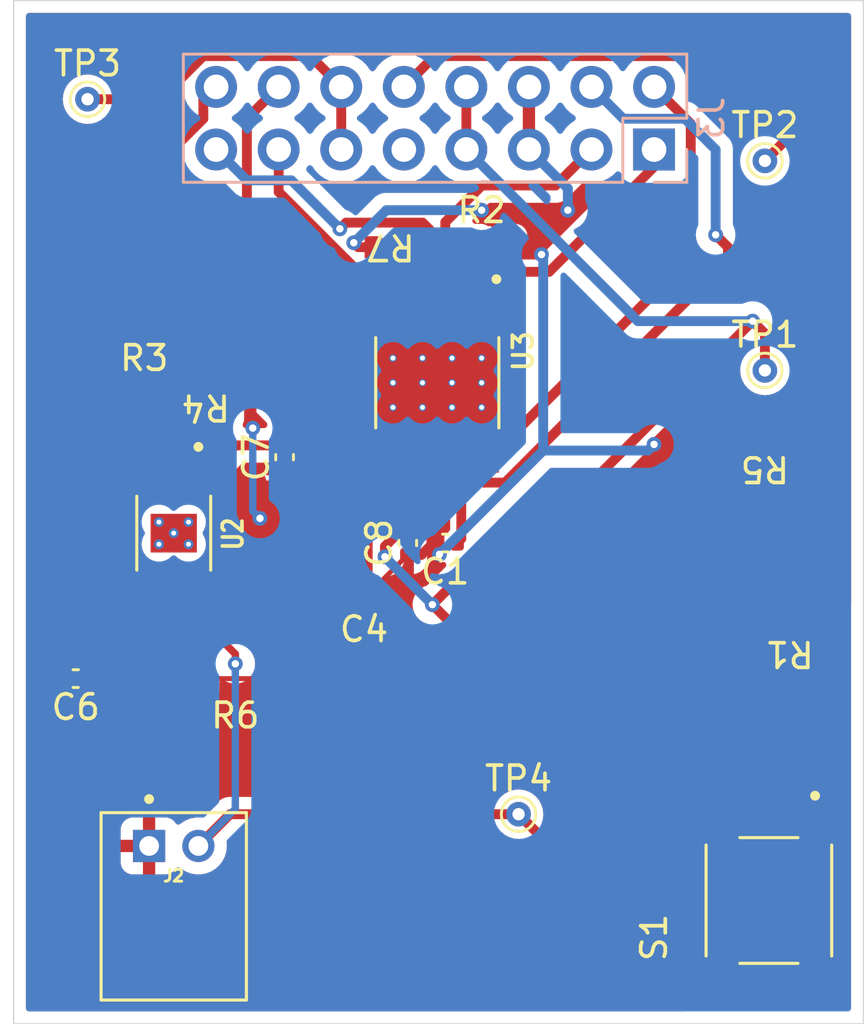
<source format=kicad_pcb>
(kicad_pcb (version 20240108) (generator "pcbnew") (generator_version "8.0")
  (layers (0 "F.Cu" signal) (31 "B.Cu" signal) (34 "B.Paste" user) (35 "F.Paste" user) (36 "B.SilkS" user "B.Silkscreen") (37 "F.SilkS" user "F.Silkscreen") (38 "B.Mask" user) (39 "F.Mask" user) (44 "Edge.Cuts" user))
  (net 0 "")
  (net 1 "Net-(U3-VINT)")
  (net 2 "GND")
  (net 3 "Net-(U3-VCP)")
  (net 4 "Net-(U2-~{CHG})")
  (net 5 "5V")
  (net 6 "BATT")
  (net 7 "Motor2_B")
  (net 8 "Motor1_B")
  (net 9 "Motor1_A")
  (net 10 "PWM4")
  (net 11 "BATT_ADC")
  (net 12 "PWM3")
  (net 13 "PWM2")
  (net 14 "Motor2_A")
  (net 15 "RESV")
  (net 16 "PWM1")
  (net 17 "POSITIVE")
  (net 18 "Net-(U3-AISEN)")
  (net 19 "Net-(U2-PRETERM)")
  (net 20 "Net-(U2-ISET)")
  (net 21 "Net-(U2-TS)")
  (net 22 "Net-(U3-BISEN)")
  (footprint "TestPoint:TestPoint_THTPad_D1.0mm_Drill0.5mm" (layer "F.Cu") (at 145.5 56)
    (property "Reference" "TP4" (at 0 -1.448 0) (layer "F.SilkS"))
    (property "Value" "TestPoint")
    (fp_circle (center 0 0) (end 0 0.7) (stroke (width 0.12)) (fill none) (layer "F.SilkS"))
    (pad "1" thru_hole circle (at 0 0) (size 1 1) (drill 0.5) (layers "*.Cu" "*.Mask") (net 17 "POSITIVE"))
  )
  (footprint "footprints:BO_CR0603" (layer "F.Cu") (at 140.3015 33 180)
    (property "Reference" "R7" (at 0 0 180) (layer "F.SilkS"))
    (property "Value" "1k")
    (pad "1" smd rect (at -0.6985 0 180) (size 0.7112 0.889) (layers "F.Cu" "F.Paste" "F.Mask") (net 22 "Net-(U3-BISEN)"))
    (pad "2" smd rect (at 0.6985 0 180) (size 0.7112 0.889) (layers "F.Cu" "F.Paste" "F.Mask") (net 2 "GND"))
    (zone (net 0) (net_name "") (layer "F.Cu") (connect_pads (clearance 0)) (min_thickness 0.254)
      (keepout (tracks not_allowed) (vias not_allowed) (pads allowed) (copperpour not_allowed) (footprints allowed))
      (fill (thermal_gap 0.508) (thermal_bridge_width 0.508))
      (polygon (pts (xy 140.5936 33.3937) (xy 140.0094 33.3937) (xy 140.0094 32.6063) (xy 140.5936 32.6063)))
    )
  )
  (footprint "BQ24092DGQR:IC_XTR111AIDGQR" (layer "F.Cu") (at 131.5 44.6 -90)
    (property "Reference" "U2" (at 0.032 -2.4064 90) (layer "F.SilkS") (effects (font (size 0.8 0.64))))
    (property "Value" "BQ24092DGQR")
    (fp_line (start -1.5 1.5) (end 1.5 1.5) (stroke (width 0.127)) (layer "F.SilkS"))
    (fp_line (start 1.5 -1.5) (end -1.5 -1.5) (stroke (width 0.127)) (layer "F.SilkS"))
    (fp_circle (center -3.5 -1) (end -3.4 -1) (stroke (width 0.2)) (fill none) (layer "F.SilkS"))
    (pad "1" smd rect (at -2.1 -1 270) (size 1.6 0.3) (layers "F.Cu") (net 5 "5V"))
    (pad "2" smd rect (at -2.1 -0.5 270) (size 1.6 0.3) (layers "F.Cu") (net 20 "Net-(U2-ISET)"))
    (pad "3" smd rect (at -2.1 0 270) (size 1.6 0.3) (layers "F.Cu") (net 2 "GND"))
    (pad "4" smd rect (at -2.1 0.5 270) (size 1.6 0.3) (layers "F.Cu") (net 19 "Net-(U2-PRETERM)"))
    (pad "5" smd rect (at -2.1 1 270) (size 1.6 0.3) (layers "F.Cu"))
    (pad "6" smd rect (at 2.1 1 270) (size 1.6 0.3) (layers "F.Cu"))
    (pad "7" smd rect (at 2.1 0.5 270) (size 1.6 0.3) (layers "F.Cu"))
    (pad "8" smd rect (at 2.1 0 270) (size 1.6 0.3) (layers "F.Cu") (net 4 "Net-(U2-~{CHG})"))
    (pad "9" smd rect (at 2.1 -0.5 270) (size 1.6 0.3) (layers "F.Cu") (net 21 "Net-(U2-TS)"))
    (pad "10" smd rect (at 2.1 -1 270) (size 1.6 0.3) (layers "F.Cu") (net 17 "POSITIVE"))
    (pad "11" smd rect (at 0 0 270) (size 1.57 1.88) (layers "F.Cu" "F.Paste" "F.Mask"))
    (pad "12" thru_hole circle (at -0.45 -0.6 270) (size 0.4 0.4) (drill 0.2) (layers "*.Cu"))
    (pad "13" thru_hole circle (at 0.45 -0.6 270) (size 0.4 0.4) (drill 0.2) (layers "*.Cu"))
    (pad "14" thru_hole circle (at 0 0 270) (size 0.4 0.4) (drill 0.2) (layers "*.Cu"))
    (pad "15" thru_hole circle (at -0.45 0.6 270) (size 0.4 0.4) (drill 0.2) (layers "*.Cu"))
    (pad "16" thru_hole circle (at 0.45 0.6 270) (size 0.4 0.4) (drill 0.2) (layers "*.Cu"))
  )
  (footprint "Capacitor_SMD:C_0402_1005Metric" (layer "F.Cu") (at 142.52 45 180)
    (property "Reference" "C1" (at 0 -1.16 180) (layer "F.SilkS"))
    (property "Value" "2.2uF")
    (fp_line (start -0.107836 0.36) (end 0.107836 0.36) (stroke (width 0.12)) (layer "F.SilkS"))
    (fp_line (start -0.107836 -0.36) (end 0.107836 -0.36) (stroke (width 0.12)) (layer "F.SilkS"))
    (pad "1" smd roundrect (at -0.48 0 180) (size 0.56 0.62) (layers "F.Cu" "F.Paste" "F.Mask") (net 1 "Net-(U3-VINT)"))
    (pad "2" smd roundrect (at 0.48 0 180) (size 0.56 0.62) (layers "F.Cu" "F.Paste" "F.Mask") (net 2 "GND"))
  )
  (footprint "S2B-PH-K-S_LF__SN_:JST_S2B-PH-K-S_LF__SN_" (layer "F.Cu") (at 131.5 57.2875)
    (property "Reference" "J2" (at 0 1.2125 0) (layer "F.SilkS") (effects (font (size 0.48 0.48) (thickness 0.12))))
    (property "Value" "S2B-PH-K-S_LF__SN_")
    (fp_line (start -2.95 -1.35) (end 2.95 -1.35) (stroke (width 0.127)) (layer "F.SilkS"))
    (fp_line (start -2.95 6.25) (end -2.95 -1.35) (stroke (width 0.127)) (layer "F.SilkS"))
    (fp_line (start 2.95 -1.35) (end 2.95 6.25) (stroke (width 0.127)) (layer "F.SilkS"))
    (fp_line (start 2.95 6.25) (end -2.95 6.25) (stroke (width 0.127)) (layer "F.SilkS"))
    (fp_circle (center -1 -1.9) (end -0.9 -1.9) (stroke (width 0.2)) (fill none) (layer "F.SilkS"))
    (pad "1" thru_hole rect (at -1 0) (size 1.308 1.308) (drill 0.8) (layers "*.Cu" "*.Mask") (net 2 "GND"))
    (pad "2" thru_hole circle (at 1 0) (size 1.308 1.308) (drill 0.8) (layers "*.Cu" "*.Mask") (net 17 "POSITIVE"))
  )
  (footprint "footprints:BO_CR0603" (layer "F.Cu") (at 144.3015 33)
    (property "Reference" "R2" (at -0.3015 -1.5 0) (layer "F.SilkS"))
    (property "Value" "1k")
    (pad "1" smd rect (at -0.6985 0) (size 0.7112 0.889) (layers "F.Cu" "F.Paste" "F.Mask") (net 18 "Net-(U3-AISEN)"))
    (pad "2" smd rect (at 0.6985 0) (size 0.7112 0.889) (layers "F.Cu" "F.Paste" "F.Mask") (net 2 "GND"))
    (zone (net 0) (net_name "") (layer "F.Cu") (connect_pads (clearance 0)) (min_thickness 0.254)
      (keepout (tracks not_allowed) (vias not_allowed) (pads allowed) (copperpour not_allowed) (footprints allowed))
      (fill (thermal_gap 0.508) (thermal_bridge_width 0.508))
      (polygon (pts (xy 144.0094 32.6063) (xy 144.5936 32.6063) (xy 144.5936 33.3937) (xy 144.0094 33.3937)))
    )
  )
  (footprint "footprints:BO_CR0603" (layer "F.Cu") (at 157.1985 48 180)
    (property "Reference" "R1" (at 0.6985 -1.5 180) (layer "F.SilkS"))
    (property "Value" "100k")
    (pad "1" smd rect (at -0.6985 0 180) (size 0.7112 0.889) (layers "F.Cu" "F.Paste" "F.Mask") (net 17 "POSITIVE"))
    (pad "2" smd rect (at 0.6985 0 180) (size 0.7112 0.889) (layers "F.Cu" "F.Paste" "F.Mask") (net 11 "BATT_ADC"))
    (zone (net 0) (net_name "") (layer "F.Cu") (connect_pads (clearance 0)) (min_thickness 0.254)
      (keepout (tracks not_allowed) (vias not_allowed) (pads allowed) (copperpour not_allowed) (footprints allowed))
      (fill (thermal_gap 0.508) (thermal_bridge_width 0.508))
      (polygon (pts (xy 157.4906 48.3937) (xy 156.9064 48.3937) (xy 156.9064 47.6063) (xy 157.4906 47.6063)))
    )
  )
  (footprint "footprints:BO_CR0603" (layer "F.Cu") (at 131.8015 50.5)
    (property "Reference" "R6" (at 2.1985 1.5 0) (layer "F.SilkS"))
    (property "Value" "1k")
    (pad "1" smd rect (at -0.6985 0) (size 0.7112 0.889) (layers "F.Cu" "F.Paste" "F.Mask") (net 21 "Net-(U2-TS)"))
    (pad "2" smd rect (at 0.6985 0) (size 0.7112 0.889) (layers "F.Cu" "F.Paste" "F.Mask") (net 2 "GND"))
    (zone (net 0) (net_name "") (layer "F.Cu") (connect_pads (clearance 0)) (min_thickness 0.254)
      (keepout (tracks not_allowed) (vias not_allowed) (pads allowed) (copperpour not_allowed) (footprints allowed))
      (fill (thermal_gap 0.508) (thermal_bridge_width 0.508))
      (polygon (pts (xy 131.5094 50.1063) (xy 132.0936 50.1063) (xy 132.0936 50.8937) (xy 131.5094 50.8937)))
    )
  )
  (footprint "footprints:BO_CR0603" (layer "F.Cu") (at 156.1985 40.5 180)
    (property "Reference" "R5" (at 0.6985 -1.5 180) (layer "F.SilkS"))
    (property "Value" "100k")
    (pad "1" smd rect (at -0.6985 0 180) (size 0.7112 0.889) (layers "F.Cu" "F.Paste" "F.Mask") (net 11 "BATT_ADC"))
    (pad "2" smd rect (at 0.6985 0 180) (size 0.7112 0.889) (layers "F.Cu" "F.Paste" "F.Mask") (net 2 "GND"))
    (zone (net 0) (net_name "") (layer "F.Cu") (connect_pads (clearance 0)) (min_thickness 0.254)
      (keepout (tracks not_allowed) (vias not_allowed) (pads allowed) (copperpour not_allowed) (footprints allowed))
      (fill (thermal_gap 0.508) (thermal_bridge_width 0.508))
      (polygon (pts (xy 156.4906 40.8937) (xy 155.9064 40.8937) (xy 155.9064 40.1063) (xy 156.4906 40.1063)))
    )
  )
  (footprint "footprints:BO_CR0603" (layer "F.Cu") (at 130.3015 37.5)
    (property "Reference" "R3" (at 0 0 0) (layer "F.SilkS"))
    (property "Value" "2k")
    (pad "1" smd rect (at -0.6985 0) (size 0.7112 0.889) (layers "F.Cu" "F.Paste" "F.Mask") (net 19 "Net-(U2-PRETERM)"))
    (pad "2" smd rect (at 0.6985 0) (size 0.7112 0.889) (layers "F.Cu" "F.Paste" "F.Mask") (net 2 "GND"))
    (zone (net 0) (net_name "") (layer "F.Cu") (connect_pads (clearance 0)) (min_thickness 0.254)
      (keepout (tracks not_allowed) (vias not_allowed) (pads allowed) (copperpour not_allowed) (footprints allowed))
      (fill (thermal_gap 0.508) (thermal_bridge_width 0.508))
      (polygon (pts (xy 130.0094 37.1063) (xy 130.5936 37.1063) (xy 130.5936 37.8937) (xy 130.0094 37.8937)))
    )
  )
  (footprint "Capacitor_SMD:C_01005_0402Metric" (layer "F.Cu") (at 139.725 47.5)
    (property "Reference" "C4" (at -0.5 1 0) (layer "F.SilkS"))
    (property "Value" "0.01uF")
    (pad "1" smd roundrect (at -0.25 0) (size 0.4 0.3) (layers "F.Cu" "F.Mask") (net 3 "Net-(U3-VCP)"))
    (pad "2" smd roundrect (at 0.25 0) (size 0.4 0.3) (layers "F.Cu" "F.Mask") (net 2 "GND"))
  )
  (footprint "TestPoint:TestPoint_THTPad_D1.0mm_Drill0.5mm" (layer "F.Cu") (at 155.5 38)
    (property "Reference" "TP1" (at 0 -1.448 0) (layer "F.SilkS"))
    (property "Value" "TestPoint")
    (fp_circle (center 0 0) (end 0 0.7) (stroke (width 0.12)) (fill none) (layer "F.SilkS"))
    (pad "1" thru_hole circle (at 0 0) (size 1 1) (drill 0.5) (layers "*.Cu" "*.Mask") (net 6 "BATT"))
  )
  (footprint "Capacitor_SMD:C_0402_1005Metric" (layer "F.Cu") (at 141 45 90)
    (property "Reference" "C8" (at 0 -1.16 -90) (layer "F.SilkS"))
    (property "Value" "10uF")
    (fp_line (start -0.107836 -0.36) (end 0.107836 -0.36) (stroke (width 0.12)) (layer "F.SilkS"))
    (fp_line (start -0.107836 0.36) (end 0.107836 0.36) (stroke (width 0.12)) (layer "F.SilkS"))
    (pad "1" smd roundrect (at -0.48 0 90) (size 0.56 0.62) (layers "F.Cu" "F.Paste" "F.Mask") (net 2 "GND"))
    (pad "2" smd roundrect (at 0.48 0 90) (size 0.56 0.62) (layers "F.Cu" "F.Paste" "F.Mask") (net 6 "BATT"))
  )
  (footprint "TestPoint:TestPoint_THTPad_D1.0mm_Drill0.5mm" (layer "F.Cu") (at 155.5 29.5)
    (property "Reference" "TP2" (at 0 -1.448 0) (layer "F.SilkS"))
    (property "Value" "TestPoint")
    (fp_circle (center 0 0) (end 0 0.7) (stroke (width 0.12)) (fill none) (layer "F.SilkS"))
    (pad "1" thru_hole circle (at 0 0) (size 1 1) (drill 0.5) (layers "*.Cu" "*.Mask") (net 11 "BATT_ADC"))
  )
  (footprint "TS-1187A-B-A-B:SW_TS-1187A-B-A-B" (layer "F.Cu") (at 155.6625 59.5 -90)
    (property "Reference" "S1" (at 1.5 4.6625 90) (layer "F.SilkS"))
    (property "Value" "TS-1187A-B-A-B")
    (fp_line (start 2.25 2.55) (end -2.25 2.55) (stroke (width 0.127)) (layer "F.SilkS"))
    (fp_line (start 2.55 1.18) (end 2.55 -1.18) (stroke (width 0.127)) (layer "F.SilkS"))
    (fp_line (start -2.55 -1.18) (end -2.55 1.18) (stroke (width 0.127)) (layer "F.SilkS"))
    (fp_line (start 2.25 -2.55) (end -2.25 -2.55) (stroke (width 0.127)) (layer "F.SilkS"))
    (fp_circle (center -4.25 -1.875) (end -4.15 -1.875) (stroke (width 0.2)) (fill none) (layer "F.SilkS"))
    (pad "A" smd rect (at -3 -1.875 270) (size 1 0.75) (layers "F.Cu" "F.Paste" "F.Mask") (net 17 "POSITIVE"))
    (pad "B" smd rect (at 3 -1.875 270) (size 1 0.75) (layers "F.Cu" "F.Paste" "F.Mask") (net 17 "POSITIVE"))
    (pad "C" smd rect (at -3 1.875 270) (size 1 0.75) (layers "F.Cu" "F.Paste" "F.Mask") (net 6 "BATT"))
    (pad "D" smd rect (at 3 1.875 270) (size 1 0.75) (layers "F.Cu" "F.Paste" "F.Mask") (net 6 "BATT"))
  )
  (footprint "Capacitor_SMD:C_0402_1005Metric" (layer "F.Cu") (at 127.52 50.5 180)
    (property "Reference" "C6" (at 0 -1.16 180) (layer "F.SilkS"))
    (property "Value" "1uF")
    (fp_line (start -0.107836 0.36) (end 0.107836 0.36) (stroke (width 0.12)) (layer "F.SilkS"))
    (fp_line (start -0.107836 -0.36) (end 0.107836 -0.36) (stroke (width 0.12)) (layer "F.SilkS"))
    (pad "1" smd roundrect (at -0.48 0 180) (size 0.56 0.62) (layers "F.Cu" "F.Paste" "F.Mask") (net 4 "Net-(U2-~{CHG})"))
    (pad "2" smd roundrect (at 0.48 0 180) (size 0.56 0.62) (layers "F.Cu" "F.Paste" "F.Mask") (net 2 "GND"))
  )
  (footprint "DRV8833PWPR:IC_DRV8833PWPR" (layer "F.Cu") (at 142.2 38.5 -90)
    (property "Reference" "U3" (at -1.28 -3.485 90) (layer "F.SilkS") (effects (font (size 0.8 0.8))))
    (property "Value" "DRV8833PWPR")
    (fp_line (start -1.83 2.5) (end 1.83 2.5) (stroke (width 0.127)) (layer "F.SilkS"))
    (fp_line (start -1.83 -2.5) (end 1.83 -2.5) (stroke (width 0.127)) (layer "F.SilkS"))
    (fp_circle (center -4.2 -2.4) (end -4.1 -2.4) (stroke (width 0.2)) (fill none) (layer "F.SilkS"))
    (pad "1" smd roundrect (at -2.9 -2.275 270) (size 1.5 0.45) (layers "F.Cu" "F.Paste" "F.Mask") (roundrect_rratio 0.06))
    (pad "2" smd roundrect (at -2.9 -1.625 270) (size 1.5 0.45) (layers "F.Cu" "F.Paste" "F.Mask") (roundrect_rratio 0.06) (net 14 "Motor2_A"))
    (pad "3" smd roundrect (at -2.9 -0.975 270) (size 1.5 0.45) (layers "F.Cu" "F.Paste" "F.Mask") (roundrect_rratio 0.06) (net 18 "Net-(U3-AISEN)"))
    (pad "4" smd roundrect (at -2.9 -0.325 270) (size 1.5 0.45) (layers "F.Cu" "F.Paste" "F.Mask") (roundrect_rratio 0.06) (net 7 "Motor2_B"))
    (pad "5" smd roundrect (at -2.9 0.325 270) (size 1.5 0.45) (layers "F.Cu" "F.Paste" "F.Mask") (roundrect_rratio 0.06) (net 8 "Motor1_B"))
    (pad "6" smd roundrect (at -2.9 0.975 270) (size 1.5 0.45) (layers "F.Cu" "F.Paste" "F.Mask") (roundrect_rratio 0.06) (net 22 "Net-(U3-BISEN)"))
    (pad "7" smd roundrect (at -2.9 1.625 270) (size 1.5 0.45) (layers "F.Cu" "F.Paste" "F.Mask") (roundrect_rratio 0.06) (net 9 "Motor1_A"))
    (pad "8" smd roundrect (at -2.9 2.275 270) (size 1.5 0.45) (layers "F.Cu" "F.Paste" "F.Mask") (roundrect_rratio 0.06))
    (pad "9" smd roundrect (at 2.9 2.275 270) (size 1.5 0.45) (layers "F.Cu" "F.Paste" "F.Mask") (roundrect_rratio 0.06) (net 12 "PWM3"))
    (pad "10" smd roundrect (at 2.9 1.625 270) (size 1.5 0.45) (layers "F.Cu" "F.Paste" "F.Mask") (roundrect_rratio 0.06) (net 10 "PWM4"))
    (pad "11" smd roundrect (at 2.9 0.975 270) (size 1.5 0.45) (layers "F.Cu" "F.Paste" "F.Mask") (roundrect_rratio 0.06) (net 3 "Net-(U3-VCP)"))
    (pad "12" smd roundrect (at 2.9 0.325 270) (size 1.5 0.45) (layers "F.Cu" "F.Paste" "F.Mask") (roundrect_rratio 0.06) (net 6 "BATT"))
    (pad "13" smd roundrect (at 2.9 -0.325 270) (size 1.5 0.45) (layers "F.Cu" "F.Paste" "F.Mask") (roundrect_rratio 0.06) (net 2 "GND"))
    (pad "14" smd roundrect (at 2.9 -0.975 270) (size 1.5 0.45) (layers "F.Cu" "F.Paste" "F.Mask") (roundrect_rratio 0.06) (net 1 "Net-(U3-VINT)"))
    (pad "15" smd roundrect (at 2.9 -1.625 270) (size 1.5 0.45) (layers "F.Cu" "F.Paste" "F.Mask") (roundrect_rratio 0.06) (net 13 "PWM2"))
    (pad "16" smd roundrect (at 2.9 -2.275 270) (size 1.5 0.45) (layers "F.Cu" "F.Paste" "F.Mask") (roundrect_rratio 0.06) (net 16 "PWM1"))
    (pad "17" smd rect (at 0 0 270) (size 3.4 5) (layers "F.Cu"))
    (pad "18" thru_hole circle (at -1 -1.8 270) (size 0.3 0.3) (drill 0.2) (layers "*.Cu"))
    (pad "19" thru_hole circle (at 0 -1.8 270) (size 0.3 0.3) (drill 0.2) (layers "*.Cu"))
    (pad "20" thru_hole circle (at 1 -1.8 270) (size 0.3 0.3) (drill 0.2) (layers "*.Cu"))
    (pad "21" thru_hole circle (at -1 -0.6 270) (size 0.3 0.3) (drill 0.2) (layers "*.Cu"))
    (pad "22" thru_hole circle (at 0 -0.6 270) (size 0.3 0.3) (drill 0.2) (layers "*.Cu"))
    (pad "23" thru_hole circle (at 1 -0.6 270) (size 0.3 0.3) (drill 0.2) (layers "*.Cu"))
    (pad "24" thru_hole circle (at -1 0.6 270) (size 0.3 0.3) (drill 0.2) (layers "*.Cu"))
    (pad "25" thru_hole circle (at 0 0.6 270) (size 0.3 0.3) (drill 0.2) (layers "*.Cu"))
    (pad "26" thru_hole circle (at 1 0.6 270) (size 0.3 0.3) (drill 0.2) (layers "*.Cu"))
    (pad "27" thru_hole circle (at -1 1.8 270) (size 0.3 0.3) (drill 0.2) (layers "*.Cu"))
    (pad "28" thru_hole circle (at 0 1.8 270) (size 0.3 0.3) (drill 0.2) (layers "*.Cu"))
    (pad "29" thru_hole circle (at 1 1.8 270) (size 0.3 0.3) (drill 0.2) (layers "*.Cu"))
  )
  (footprint "Capacitor_SMD:C_0402_1005Metric" (layer "F.Cu") (at 136 41.52 90)
    (property "Reference" "C7" (at 0 -1.16 -90) (layer "F.SilkS"))
    (property "Value" "1uF")
    (fp_line (start -0.107836 -0.36) (end 0.107836 -0.36) (stroke (width 0.12)) (layer "F.SilkS"))
    (fp_line (start -0.107836 0.36) (end 0.107836 0.36) (stroke (width 0.12)) (layer "F.SilkS"))
    (pad "1" smd roundrect (at -0.48 0 90) (size 0.56 0.62) (layers "F.Cu" "F.Paste" "F.Mask") (net 2 "GND"))
    (pad "2" smd roundrect (at 0.48 0 90) (size 0.56 0.62) (layers "F.Cu" "F.Paste" "F.Mask") (net 5 "5V"))
  )
  (footprint "footprints:BO_CR0603" (layer "F.Cu") (at 132.8015 39.5 180)
    (property "Reference" "R4" (at 0 0 180) (layer "F.SilkS"))
    (property "Value" "1k")
    (pad "1" smd rect (at -0.6985 0 180) (size 0.7112 0.889) (layers "F.Cu" "F.Paste" "F.Mask") (net 20 "Net-(U2-ISET)"))
    (pad "2" smd rect (at 0.6985 0 180) (size 0.7112 0.889) (layers "F.Cu" "F.Paste" "F.Mask") (net 2 "GND"))
    (zone (net 0) (net_name "") (layer "F.Cu") (connect_pads (clearance 0)) (min_thickness 0.254)
      (keepout (tracks not_allowed) (vias not_allowed) (pads allowed) (copperpour not_allowed) (footprints allowed))
      (fill (thermal_gap 0.508) (thermal_bridge_width 0.508))
      (polygon (pts (xy 133.0936 39.8937) (xy 132.5094 39.8937) (xy 132.5094 39.1063) (xy 133.0936 39.1063)))
    )
  )
  (footprint "TestPoint:TestPoint_THTPad_D1.0mm_Drill0.5mm" (layer "F.Cu") (at 128 27)
    (property "Reference" "TP3" (at 0 -1.448 0) (layer "F.SilkS"))
    (property "Value" "TestPoint")
    (fp_circle (center 0 0) (end 0 0.7) (stroke (width 0.12)) (fill none) (layer "F.SilkS"))
    (pad "1" thru_hole circle (at 0 0) (size 1 1) (drill 0.5) (layers "*.Cu" "*.Mask") (net 5 "5V"))
  )
  (footprint "Connector_PinHeader_2.54mm:PinHeader_2x08_P2.54mm_Vertical" (layer "B.Cu") (at 151 29.04 90)
    (property "Reference" "J3" (at 1.27 2.33 -90) (layer "B.SilkS") (effects (justify mirror)))
    (property "Value" "Conn_02x08_Odd_Even")
    (fp_line (start 3.87 -19.11) (end -1.33 -19.11) (stroke (width 0.12)) (layer "B.SilkS"))
    (fp_line (start 3.87 -19.11) (end 3.87 1.33) (stroke (width 0.12)) (layer "B.SilkS"))
    (fp_line (start -1.33 -19.11) (end -1.33 -1.27) (stroke (width 0.12)) (layer "B.SilkS"))
    (fp_line (start 1.27 -1.27) (end -1.33 -1.27) (stroke (width 0.12)) (layer "B.SilkS"))
    (fp_line (start 3.87 1.33) (end 1.27 1.33) (stroke (width 0.12)) (layer "B.SilkS"))
    (fp_line (start 1.27 1.33) (end 1.27 -1.27) (stroke (width 0.12)) (layer "B.SilkS"))
    (fp_line (start 0 1.33) (end -1.33 1.33) (stroke (width 0.12)) (layer "B.SilkS"))
    (fp_line (start -1.33 1.33) (end -1.33 0) (stroke (width 0.12)) (layer "B.SilkS"))
    (pad "1" thru_hole rect (at 0 0 90) (size 1.7 1.7) (drill 1) (layers "*.Cu" "*.Mask") (net 14 "Motor2_A"))
    (pad "2" thru_hole oval (at 2.54 0 90) (size 1.7 1.7) (drill 1) (layers "*.Cu" "*.Mask") (net 16 "PWM1"))
    (pad "3" thru_hole oval (at 0 -2.54 90) (size 1.7 1.7) (drill 1) (layers "*.Cu" "*.Mask") (net 7 "Motor2_B"))
    (pad "4" thru_hole oval (at 2.54 -2.54 90) (size 1.7 1.7) (drill 1) (layers "*.Cu" "*.Mask") (net 13 "PWM2"))
    (pad "5" thru_hole oval (at 0 -5.08 90) (size 1.7 1.7) (drill 1) (layers "*.Cu" "*.Mask") (net 2 "GND"))
    (pad "6" thru_hole oval (at 2.54 -5.08 90) (size 1.7 1.7) (drill 1) (layers "*.Cu" "*.Mask") (net 2 "GND"))
    (pad "7" thru_hole oval (at 0 -7.62 90) (size 1.7 1.7) (drill 1) (layers "*.Cu" "*.Mask") (net 6 "BATT"))
    (pad "8" thru_hole oval (at 2.54 -7.62 90) (size 1.7 1.7) (drill 1) (layers "*.Cu" "*.Mask") (net 6 "BATT"))
    (pad "9" thru_hole oval (at 0 -10.16 90) (size 1.7 1.7) (drill 1) (layers "*.Cu" "*.Mask") (net 15 "RESV"))
    (pad "10" thru_hole oval (at 2.54 -10.16 90) (size 1.7 1.7) (drill 1) (layers "*.Cu" "*.Mask") (net 11 "BATT_ADC"))
    (pad "11" thru_hole oval (at 0 -12.7 90) (size 1.7 1.7) (drill 1) (layers "*.Cu" "*.Mask") (net 5 "5V"))
    (pad "12" thru_hole oval (at 2.54 -12.7 90) (size 1.7 1.7) (drill 1) (layers "*.Cu" "*.Mask") (net 5 "5V"))
    (pad "13" thru_hole oval (at 0 -15.24 90) (size 1.7 1.7) (drill 1) (layers "*.Cu" "*.Mask") (net 9 "Motor1_A"))
    (pad "14" thru_hole oval (at 2.54 -15.24 90) (size 1.7 1.7) (drill 1) (layers "*.Cu" "*.Mask") (net 12 "PWM3"))
    (pad "15" thru_hole oval (at 0 -17.78 90) (size 1.7 1.7) (drill 1) (layers "*.Cu" "*.Mask") (net 8 "Motor1_B"))
    (pad "16" thru_hole oval (at 2.54 -17.78 90) (size 1.7 1.7) (drill 1) (layers "*.Cu" "*.Mask") (net 10 "PWM4"))
  )
  (gr_rect (start 125 23) (end 159.5 64.5) (stroke (width 0.05)) (fill none) (layer "Edge.Cuts"))
  (segment (start 143.175 41.4) (end 143.175 44.825) (width 0.4) (layer "F.Cu") (net 1))
  (segment (start 143.175 44.825) (end 143 45) (width 0.4) (layer "F.Cu") (net 1))
  (segment (start 132.45 51.2945) (end 132.5 51.2445) (width 0.3) (layer "F.Cu") (net 2))
  (segment (start 131.5 40.103) (end 131.5 42.5) (width 0.3) (layer "F.Cu") (net 2))
  (segment (start 145.3 33.3) (end 145 33) (width 0.4) (layer "F.Cu") (net 2))
  (segment (start 142.287482 44.081046) (end 142.287482 45.460922) (width 0.4) (layer "F.Cu") (net 2))
  (segment (start 131.5 39.903568) (end 132.698068 38.7055) (width 0.3) (layer "F.Cu") (net 2))
  (segment (start 135 44) (end 135 43) (width 0.3) (layer "F.Cu") (net 2))
  (segment (start 145.92 29.58) (end 145.92 29.04) (width 0.4) (layer "F.Cu") (net 2))
  (segment (start 144 31.5) (end 147.5 31.5) (width 0.4) (layer "F.Cu") (net 2))
  (segment (start 135 44) (end 139.05 48.05) (width 0.3) (layer "F.Cu") (net 2))
  (segment (start 132.103 39.5) (end 131.5 40.103) (width 0.3) (layer "F.Cu") (net 2))
  (segment (start 134.70768 39.334644) (end 134.70768 40.34) (width 0.3) (layer "F.Cu") (net 2))
  (segment (start 127.524501 51.2945) (end 132.45 51.2945) (width 0.3) (layer "F.Cu") (net 2))
  (segment (start 145.92 26.5) (end 145.92 29.04) (width 0.4) (layer "F.Cu") (net 2))
  (segment (start 139.603 33) (end 138.98995 33) (width 0.4) (layer "F.Cu") (net 2))
  (segment (start 141 45.48) (end 141.56 45.48) (width 0.4) (layer "F.Cu") (net 2))
  (segment (start 138.98995 33) (end 138.810662 32.820712) (width 0.4) (layer "F.Cu") (net 2))
  (segment (start 130.5 53.2445) (end 130.5 57.2875) (width 0.3) (layer "F.Cu") (net 2))
  (segment (start 145 32.5) (end 145 33) (width 0.4) (layer "F.Cu") (net 2))
  (segment (start 137.20741 50.5) (end 132.5 50.5) (width 0.2) (layer "F.Cu") (net 2))
  (segment (start 142.525 44.397444) (end 142.04 44.882444) (width 0.4) (layer "F.Cu") (net 2))
  (segment (start 151.5 40.5) (end 155.5 40.5) (width 0.4) (layer "F.Cu") (net 2))
  (segment (start 127.04 50.809999) (end 127.524501 51.2945) (width 0.3) (layer "F.Cu") (net 2))
  (segment (start 134.078536 38.7055) (end 134.70768 39.334644) (width 0.3) (layer "F.Cu") (net 2))
  (segment (start 127.04 50.5) (end 127.04 50.809999) (width 0.3) (layer "F.Cu") (net 2))
  (segment (start 146.431142 33.3) (end 145.3 33.3) (width 0.4) (layer "F.Cu") (net 2))
  (segment (start 140.025 47.75312) (end 140.025 47.5) (width 0.3) (layer "F.Cu") (net 2))
  (segment (start 135 43) (end 136 42) (width 0.3) (layer "F.Cu") (net 2))
  (segment (start 132.45 51.2945) (end 130.5 53.2445) (width 0.3) (layer "F.Cu") (net 2))
  (segment (start 141.56 45.48) (end 142.04 45) (width 0.4) (layer "F.Cu") (net 2))
  (segment (start 139.975 46.505) (end 141 45.48) (width 0.2) (layer "F.Cu") (net 2))
  (segment (start 139.975 47.73241) (end 137.20741 50.5) (width 0.2) (layer "F.Cu") (net 2))
  (segment (start 139.72812 48.05) (end 140.025 47.75312) (width 0.3) (layer "F.Cu") (net 2))
  (segment (start 142.525 41.4) (end 142.525 43.843528) (width 0.4) (layer "F.Cu") (net 2))
  (segment (start 139.975 47.5) (end 139.975 47.73241) (width 0.2) (layer "F.Cu") (net 2))
  (segment (start 151 41) (end 151.5 40.5) (width 0.4) (layer "F.Cu") (net 2))
  (segment (start 131 37.5) (end 131 38.397) (width 0.3) (layer "F.Cu") (net 2))
  (segment (start 132.698068 38.7055) (end 134.078536 38.7055) (width 0.3) (layer "F.Cu") (net 2))
  (segment (start 142.04 44.882444) (end 142.04 45) (width 0.4) (layer "F.Cu") (net 2))
  (segment (start 142.525 43.843528) (end 142.287482 44.081046) (width 0.4) (layer "F.Cu") (net 2))
  (segment (start 144 31.5) (end 145 32.5) (width 0.4) (layer "F.Cu") (net 2))
  (segment (start 142.525 41.4) (end 142.525 44.397444) (width 0.4) (layer "F.Cu") (net 2))
  (segment (start 132.5 51.2445) (end 132.5 50.5) (width 0.3) (layer "F.Cu") (net 2))
  (segment (start 131 38.397) (end 132.103 39.5) (width 0.3) (layer "F.Cu") (net 2))
  (segment (start 131.5 42.5) (end 131.5 39.903568) (width 0.3) (layer "F.Cu") (net 2))
  (segment (start 139.975 47.5) (end 139.975 46.505) (width 0.2) (layer "F.Cu") (net 2))
  (segment (start 139.05 48.05) (end 139.72812 48.05) (width 0.3) (layer "F.Cu") (net 2))
  (via (at 134.70768 40.34) (size 0.6) (drill 0.3) (layers "F.Cu" "B.Cu") (net 2))
  (via (at 151 41) (size 0.6) (drill 0.3) (layers "F.Cu" "B.Cu") (net 2))
  (via (at 135 44) (size 0.6) (drill 0.3) (layers "F.Cu" "B.Cu") (net 2))
  (via (at 147.5 31.5) (size 0.6) (drill 0.3) (layers "F.Cu" "B.Cu") (net 2))
  (via (at 146.431142 33.3) (size 0.6) (drill 0.3) (layers "F.Cu" "B.Cu") (net 2))
  (via (at 142.287482 45.460922) (size 0.6) (drill 0.3) (layers "F.Cu" "B.Cu") (net 2))
  (via (at 144 31.5) (size 0.6) (drill 0.3) (layers "F.Cu" "B.Cu") (net 2))
  (via (at 138.810662 32.820712) (size 0.6) (drill 0.3) (layers "F.Cu" "B.Cu") (net 2))
  (segment (start 146.5 33.368858) (end 146.431142 33.3) (width 0.4) (layer "B.Cu") (net 2))
  (segment (start 142.287482 45.460922) (end 146.5 41.248404) (width 0.4) (layer "B.Cu") (net 2))
  (segment (start 150.751596 41.248404) (end 151 41) (width 0.4) (layer "B.Cu") (net 2))
  (segment (start 147.5 30.62) (end 145.92 29.04) (width 0.4) (layer "B.Cu") (net 2))
  (segment (start 134.70768 40.34) (end 134.70768 43.70768) (width 0.3) (layer "B.Cu") (net 2))
  (segment (start 146.5 41.248404) (end 150.751596 41.248404) (width 0.4) (layer "B.Cu") (net 2))
  (segment (start 147.5 31.5) (end 147.5 30.62) (width 0.4) (layer "B.Cu") (net 2))
  (segment (start 138.810662 32.820712) (end 140.131374 31.5) (width 0.4) (layer "B.Cu") (net 2))
  (segment (start 140.131374 31.5) (end 144 31.5) (width 0.4) (layer "B.Cu") (net 2))
  (segment (start 146.5 41.248404) (end 146.5 33.368858) (width 0.4) (layer "B.Cu") (net 2))
  (segment (start 134.70768 43.70768) (end 135 44) (width 0.3) (layer "B.Cu") (net 2))
  (segment (start 141.225 42.474146) (end 139.375 44.324146) (width 0.4) (layer "F.Cu") (net 3))
  (segment (start 139.375 44.324146) (end 139.375 47.5) (width 0.4) (layer "F.Cu") (net 3))
  (segment (start 141.225 41.4) (end 141.225 42.474146) (width 0.4) (layer "F.Cu") (net 3))
  (segment (start 131.5 47.85) (end 131.5 46.7) (width 0.3) (layer "F.Cu") (net 4))
  (segment (start 128.7945 49.7055) (end 129.6445 49.7055) (width 0.3) (layer "F.Cu") (net 4))
  (segment (start 128 50.5) (end 128.7945 49.7055) (width 0.3) (layer "F.Cu") (net 4))
  (segment (start 129.6445 49.7055) (end 131.5 47.85) (width 0.3) (layer "F.Cu") (net 4))
  (segment (start 128 27) (end 131.01 27) (width 0.4) (layer "F.Cu") (net 5))
  (segment (start 136 41.04) (end 134.01 41.04) (width 0.4) (layer "F.Cu") (net 5))
  (segment (start 131.01 34.859146) (end 136 39.849146) (width 0.4) (layer "F.Cu") (net 5))
  (segment (start 134.01 41.04) (end 132.55 42.5) (width 0.4) (layer "F.Cu") (net 5))
  (segment (start 131.01 27) (end 131.01 26.942233) (width 0.4) (layer "F.Cu") (net 5))
  (segment (start 136 39.849146) (end 136 41.04) (width 0.4) (layer "F.Cu") (net 5))
  (segment (start 131.01 34.859146) (end 131.01 27) (width 0.4) (layer "F.Cu") (net 5))
  (segment (start 137.05 25.25) (end 138.3 26.5) (width 0.4) (layer "F.Cu") (net 5))
  (segment (start 131.01 26.942233) (end 132.702233 25.25) (width 0.4) (layer "F.Cu") (net 5))
  (segment (start 132.702233 25.25) (end 137.05 25.25) (width 0.4) (layer "F.Cu") (net 5))
  (segment (start 138.3 26.5) (end 138.3 29.04) (width 0.4) (layer "F.Cu") (net 5))
  (segment (start 154.5 56) (end 153.6 55.1) (width 0.4) (layer "F.Cu") (net 6))
  (segment (start 140.690001 44.52) (end 140.075 45.135001) (width 0.4) (layer "F.Cu") (net 6))
  (segment (start 141.875 41.4) (end 141.875 43.527444) (width 0.4) (layer "F.Cu") (net 6))
  (segment (start 141 44.52) (end 140.690001 44.52) (width 0.4) (layer "F.Cu") (net 6))
  (segment (start 144.84 46.16) (end 155 36) (width 0.4) (layer "F.Cu") (net 6))
  (segment (start 144.84 46.16) (end 153.7875 55.1075) (width 0.4) (layer "F.Cu") (net 6))
  (segment (start 155.5 36.5) (end 155 36) (width 0.4) (layer "F.Cu") (net 6))
  (segment (start 153.6 55.1) (end 149.6 55.1) (width 0.4) (layer "F.Cu") (net 6))
  (segment (start 142 47.5) (end 143.34 46.16) (width 0.4) (layer "F.Cu") (net 6))
  (segment (start 143.34 46.16) (end 144.84 46.16) (width 0.4) (layer "F.Cu") (net 6))
  (segment (start 140.075 45.135001) (end 140.075 45.557483) (width 0.4) (layer "F.Cu") (net 6))
  (segment (start 141.875 43.645) (end 141 44.52) (width 0.4) (layer "F.Cu") (net 6))
  (segment (start 153.7875 55.1075) (end 153.7875 56.5) (width 0.4) (layer "F.Cu") (net 6))
  (segment (start 153.7875 62.5) (end 153.7875 56.7125) (width 0.4) (layer "F.Cu") (net 6))
  (segment (start 155.5 38) (end 155.5 36.5) (width 0.4) (layer "F.Cu") (net 6))
  (segment (start 141.875 41.4) (end 141.875 43.645) (width 0.4) (layer "F.Cu") (net 6))
  (segment (start 153.7875 56.7125) (end 154.5 56) (width 0.4) (layer "F.Cu") (net 6))
  (segment (start 143.38 26.5) (end 143.38 29.04) (width 0.4) (layer "F.Cu") (net 6))
  (segment (start 149.6 55.1) (end 142 47.5) (width 0.4) (layer "F.Cu") (net 6))
  (via (at 140.075 45.557483) (size 0.6) (drill 0.3) (layers "F.Cu" "B.Cu") (net 6))
  (via (at 142 47.5) (size 0.6) (drill 0.3) (layers "F.Cu" "B.Cu") (net 6))
  (via (at 155 36) (size 0.6) (drill 0.3) (layers "F.Cu" "B.Cu") (net 6))
  (segment (start 140.075 45.557483) (end 140.075 45.575) (width 0.4) (layer "B.Cu") (net 6))
  (segment (start 150.34 36) (end 143.38 29.04) (width 0.4) (layer "B.Cu") (net 6))
  (segment (start 150.5 36) (end 150.34 36) (width 0.4) (layer "B.Cu") (net 6))
  (segment (start 155 36) (end 150.5 36) (width 0.4) (layer "B.Cu") (net 6))
  (segment (start 140.075 45.575) (end 142 47.5) (width 0.4) (layer "B.Cu") (net 6))
  (segment (start 144.01005 30.5) (end 147 30.5) (width 0.4) (layer "F.Cu") (net 7))
  (segment (start 147 30.5) (end 148.46 29.04) (width 0.4) (layer "F.Cu") (net 7))
  (segment (start 142.525 31.98505) (end 144.01005 30.5) (width 0.4) (layer "F.Cu") (net 7))
  (segment (start 142.525 35.6) (end 142.525 31.98505) (width 0.4) (layer "F.Cu") (net 7))
  (segment (start 138.494975 32.005025) (end 138.244975 32.255025) (width 0.4) (layer "F.Cu") (net 8))
  (segment (start 141.875 35.6) (end 141.875 32.2749) (width 0.4) (layer "F.Cu") (net 8))
  (segment (start 141.875 32.2749) (end 141.605125 32.005025) (width 0.4) (layer "F.Cu") (net 8))
  (segment (start 141.605125 32.005025) (end 138.494975 32.005025) (width 0.4) (layer "F.Cu") (net 8))
  (via (at 138.244975 32.255025) (size 0.6) (drill 0.3) (layers "F.Cu" "B.Cu") (net 8))
  (segment (start 134.47 30.29) (end 133.22 29.04) (width 0.4) (layer "B.Cu") (net 8))
  (segment (start 138.244975 32.255025) (end 136.27995 30.29) (width 0.4) (layer "B.Cu") (net 8))
  (segment (start 136.27995 30.29) (end 134.47 30.29) (width 0.4) (layer "B.Cu") (net 8))
  (segment (start 139.850618 34) (end 139 34) (width 0.4) (layer "F.Cu") (net 9))
  (segment (start 140.575 34.724382) (end 139.850618 34) (width 0.4) (layer "F.Cu") (net 9))
  (segment (start 135.76 30.76) (end 135.76 29.04) (width 0.4) (layer "F.Cu") (net 9))
  (segment (start 140.575 35.6) (end 140.575 34.724382) (width 0.4) (layer "F.Cu") (net 9))
  (segment (start 139 34) (end 135.76 30.76) (width 0.4) (layer "F.Cu") (net 9))
  (segment (start 132.702233 27.017767) (end 133.22 26.5) (width 0.4) (layer "F.Cu") (net 10))
  (segment (start 140.575 42.275618) (end 140.300618 42.55) (width 0.4) (layer "F.Cu") (net 10))
  (segment (start 131.61 34.610618) (end 131.61 28.882233) (width 0.4) (layer "F.Cu") (net 10))
  (segment (start 139.549382 42.55) (end 131.61 34.610618) (width 0.4) (layer "F.Cu") (net 10))
  (segment (start 131.61 28.882233) (end 132.702233 27.79) (width 0.4) (layer "F.Cu") (net 10))
  (segment (start 132.702233 27.79) (end 132.702233 27.017767) (width 0.4) (layer "F.Cu") (net 10))
  (segment (start 140.300618 42.55) (end 139.549382 42.55) (width 0.4) (layer "F.Cu") (net 10))
  (segment (start 140.575 41.4) (end 140.575 42.275618) (width 0.4) (layer "F.Cu") (net 10))
  (segment (start 154.75 25.25) (end 142.09 25.25) (width 0.4) (layer "F.Cu") (net 11))
  (segment (start 156.897 28.103) (end 156.897 27.397) (width 0.4) (layer "F.Cu") (net 11))
  (segment (start 156.897 40) (end 156.897 27.397) (width 0.4) (layer "F.Cu") (net 11))
  (segment (start 156.897 41.2445) (end 156.5 41.6415) (width 0.3) (layer "F.Cu") (net 11))
  (segment (start 156.5 41.6415) (end 156.5 48) (width 0.3) (layer "F.Cu") (net 11))
  (segment (start 155.5 29.5) (end 156.897 28.103) (width 0.4) (layer "F.Cu") (net 11))
  (segment (start 156.897 40.5) (end 156.897 41.2445) (width 0.3) (layer "F.Cu") (net 11))
  (segment (start 156.897 27.397) (end 154.75 25.25) (width 0.4) (layer "F.Cu") (net 11))
  (segment (start 142.09 25.25) (end 140.84 26.5) (width 0.4) (layer "F.Cu") (net 11))
  (segment (start 132.21 33.685) (end 134.47 31.425) (width 0.4) (layer "F.Cu") (net 12))
  (segment (start 134.47 31.425) (end 134.47 27.79) (width 0.4) (layer "F.Cu") (net 12))
  (segment (start 134.47 27.79) (end 135.76 26.5) (width 0.4) (layer "F.Cu") (net 12))
  (segment (start 139.925 41.4) (end 132.21 33.685) (width 0.4) (layer "F.Cu") (net 12))
  (segment (start 143.825 42.275618) (end 144.099382 42.55) (width 0.4) (layer "F.Cu") (net 13))
  (segment (start 153.09 34.41) (end 154 33.5) (width 0.4) (layer "F.Cu") (net 13))
  (segment (start 144.099382 42.55) (end 144.95 42.55) (width 0.4) (layer "F.Cu") (net 13))
  (segment (start 143.825 41.4) (end 143.825 42.275618) (width 0.4) (layer "F.Cu") (net 13))
  (segment (start 154 33.5) (end 154 33) (width 0.4) (layer "F.Cu") (net 13))
  (segment (start 154 33) (end 153.5 32.5) (width 0.4) (layer "F.Cu") (net 13))
  (segment (start 144.95 42.55) (end 153.09 34.41) (width 0.4) (layer "F.Cu") (net 13))
  (via (at 153.5 32.5) (size 0.6) (drill 0.3) (layers "F.Cu" "B.Cu") (net 13))
  (segment (start 153.5 32.5) (end 153.5 29.04) (width 0.4) (layer "B.Cu") (net 13))
  (segment (start 153.5 29.04) (end 152.25 27.79) (width 0.4) (layer "B.Cu") (net 13))
  (segment (start 152.25 27.79) (end 149.75 27.79) (width 0.4) (layer "B.Cu") (net 13))
  (segment (start 149.75 27.79) (end 148.46 26.5) (width 0.4) (layer "B.Cu") (net 13))
  (segment (start 143.825 34.724382) (end 144.549382 34) (width 0.4) (layer "F.Cu") (net 14))
  (segment (start 151 29.74) (end 151 29.04) (width 0.4) (layer "F.Cu") (net 14))
  (segment (start 144.549382 34) (end 146.74 34) (width 0.4) (layer "F.Cu") (net 14))
  (segment (start 146.74 34) (end 151 29.74) (width 0.4) (layer "F.Cu") (net 14))
  (segment (start 143.825 35.6) (end 143.825 34.724382) (width 0.4) (layer "F.Cu") (net 14))
  (segment (start 144.475 41.4) (end 152.49 33.385) (width 0.4) (layer "F.Cu") (net 16))
  (segment (start 152.49 27.99) (end 151 26.5) (width 0.4) (layer "F.Cu") (net 16))
  (segment (start 152.49 33.385) (end 152.49 27.99) (width 0.4) (layer "F.Cu") (net 16))
  (segment (start 132.5 48) (end 134 49.5) (width 0.3) (layer "F.Cu") (net 17))
  (segment (start 152.9 63.4) (end 145.5 56) (width 0.4) (layer "F.Cu") (net 17))
  (segment (start 154.6 63.4) (end 152.9 63.4) (width 0.4) (layer "F.Cu") (net 17))
  (segment (start 145.5 56) (end 133.7875 56) (width 0.4) (layer "F.Cu") (net 17))
  (segment (start 157.5375 56.5) (end 157.5375 60.4625) (width 0.4) (layer "F.Cu") (net 17))
  (segment (start 157.5375 56.5) (end 157.5375 62.5) (width 0.4) (layer "F.Cu") (net 17))
  (segment (start 157.897 48) (end 157.897 56.1405) (width 0.4) (layer "F.Cu") (net 17))
  (segment (start 157.5375 60.4625) (end 154.6 63.4) (width 0.4) (layer "F.Cu") (net 17))
  (segment (start 133.7875 56) (end 132.5 57.2875) (width 0.4) (layer "F.Cu") (net 17))
  (segment (start 157.897 56.1405) (end 157.5375 56.5) (width 0.4) (layer "F.Cu") (net 17))
  (segment (start 132.5 46.7) (end 132.5 48) (width 0.3) (layer "F.Cu") (net 17))
  (segment (start 134 49.5) (end 134 49.9) (width 0.3) (layer "F.Cu") (net 17))
  (via (at 134 49.9) (size 0.6) (drill 0.3) (layers "F.Cu" "B.Cu") (net 17))
  (segment (start 134 49.9) (end 134 55.7875) (width 0.3) (layer "B.Cu") (net 17))
  (segment (start 134 55.7875) (end 132.5 57.2875) (width 0.3) (layer "B.Cu") (net 17))
  (segment (start 143.175 35.6) (end 143.175 33.428) (width 0.4) (layer "F.Cu") (net 18))
  (segment (start 143.175 33.428) (end 143.603 33) (width 0.4) (layer "F.Cu") (net 18))
  (segment (start 129.603 37.5) (end 129.603 39.953) (width 0.3) (layer "F.Cu") (net 19))
  (segment (start 131 41.35) (end 131 42.5) (width 0.3) (layer "F.Cu") (net 19))
  (segment (start 129.603 39.953) (end 131 41.35) (width 0.3) (layer "F.Cu") (net 19))
  (segment (start 132 41.4) (end 132 42.5) (width 0.3) (layer "F.Cu") (net 20))
  (segment (start 133.5 39.9) (end 132 41.4) (width 0.3) (layer "F.Cu") (net 20))
  (segment (start 133.5 39.5) (end 133.5 39.9) (width 0.3) (layer "F.Cu") (net 20))
  (segment (start 132 46.7) (end 132 48.057106) (width 0.3) (layer "F.Cu") (net 21))
  (segment (start 132 48.057106) (end 131.103 48.954106) (width 0.3) (layer "F.Cu") (net 21))
  (segment (start 131.103 48.954106) (end 131.103 50.5) (width 0.3) (layer "F.Cu") (net 21))
  (segment (start 141.225 33.225) (end 141 33) (width 0.4) (layer "F.Cu") (net 22))
  (segment (start 141.225 35.6) (end 141.225 33.225) (width 0.4) (layer "F.Cu") (net 22))
  (zone (net 2) (net_name "GND") (layer "F.Cu") (connect_pads (clearance 0.5)) (min_thickness 0.25) (fill yes (thermal_gap 0.5) (thermal_bridge_width 0.5))
    (polygon (pts (xy 125 23) (xy 159.5 23) (xy 159.5 64.5) (xy 125 64.5)))
  )
  (zone (net 0) (net_name "") (layer "B.Cu") (priority 1) (connect_pads (clearance 0.5)) (min_thickness 0.25) (fill yes (thermal_gap 0.5) (thermal_bridge_width 0.5) (island_removal_mode 1) (island_area_min 10))
    (polygon (pts (xy 125 23) (xy 159.5 23) (xy 159.5 64.5) (xy 125 64.5)))
  )
)
</source>
